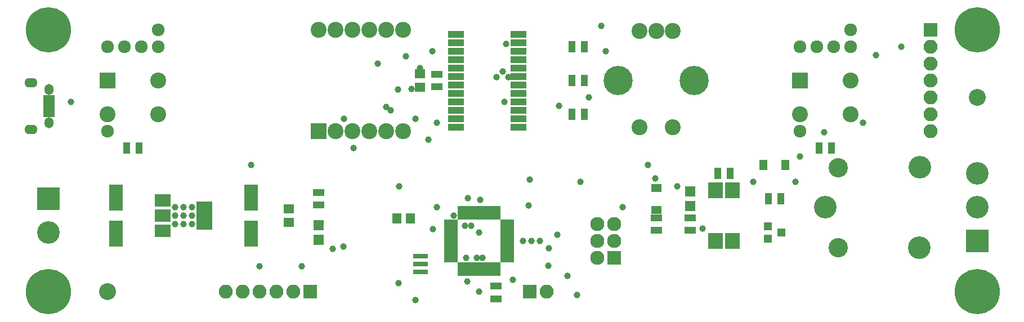
<source format=gbr>
G04 #@! TF.FileFunction,Soldermask,Top*
%FSLAX46Y46*%
G04 Gerber Fmt 4.6, Leading zero omitted, Abs format (unit mm)*
G04 Created by KiCad (PCBNEW 4.0.6) date Friday 09 June 2017 00:17:03*
%MOMM*%
%LPD*%
G01*
G04 APERTURE LIST*
%ADD10C,0.100000*%
%ADD11C,2.900000*%
%ADD12C,3.400000*%
%ADD13R,2.432000X2.432000*%
%ADD14C,2.400000*%
%ADD15R,1.400000X1.650000*%
%ADD16R,1.650000X1.400000*%
%ADD17R,2.127200X2.127200*%
%ADD18O,2.127200X2.127200*%
%ADD19R,3.400000X3.400000*%
%ADD20R,1.300000X1.200000*%
%ADD21R,1.700000X1.100000*%
%ADD22R,1.100000X1.700000*%
%ADD23C,1.924000*%
%ADD24R,2.400000X2.400000*%
%ADD25R,2.400000X1.000000*%
%ADD26R,1.600000X1.600000*%
%ADD27R,2.000000X0.950000*%
%ADD28R,0.950000X2.000000*%
%ADD29R,2.180000X2.400000*%
%ADD30R,2.400000X4.200000*%
%ADD31R,2.400000X1.900000*%
%ADD32R,2.100000X2.100000*%
%ADD33O,2.100000X2.100000*%
%ADD34R,2.000000X3.900000*%
%ADD35R,1.600000X1.300000*%
%ADD36R,1.300000X1.600000*%
%ADD37R,1.750000X0.800000*%
%ADD38O,1.350000X1.650000*%
%ADD39O,1.950000X1.400000*%
%ADD40C,4.400000*%
%ADD41C,6.800000*%
%ADD42C,2.540000*%
%ADD43R,2.300000X0.800000*%
%ADD44C,1.000000*%
G04 APERTURE END LIST*
D10*
D11*
X193720000Y-114000000D03*
D12*
X205920000Y-114000000D03*
X205970000Y-101950000D03*
D11*
X193720000Y-102000000D03*
D12*
X191770000Y-107950000D03*
D13*
X115570000Y-96520000D03*
D14*
X118110000Y-96520000D03*
X120650000Y-96520000D03*
X123190000Y-96520000D03*
X125730000Y-96520000D03*
X128270000Y-96520000D03*
X123190000Y-81280000D03*
X125730000Y-81280000D03*
X115570000Y-81280000D03*
X118110000Y-81280000D03*
X128270000Y-81280000D03*
X120650000Y-81280000D03*
D15*
X127381000Y-109601000D03*
X129381000Y-109601000D03*
D16*
X130810000Y-87900000D03*
X130810000Y-89900000D03*
D17*
X160020000Y-115570000D03*
D18*
X157480000Y-115570000D03*
X160020000Y-113030000D03*
X157480000Y-113030000D03*
X160020000Y-110490000D03*
X157480000Y-110490000D03*
D19*
X214630000Y-113030000D03*
D12*
X214630000Y-107950000D03*
X214630000Y-102870000D03*
D19*
X74930000Y-106680000D03*
D12*
X74930000Y-111760000D03*
D20*
X183150000Y-110810000D03*
X183150000Y-112710000D03*
X185150000Y-111760000D03*
D21*
X166370000Y-111440000D03*
X166370000Y-109540000D03*
X133350000Y-89850000D03*
X133350000Y-87950000D03*
D22*
X155575000Y-83820000D03*
X153675000Y-83820000D03*
X155570000Y-88900000D03*
X153670000Y-88900000D03*
X88580000Y-99060000D03*
X86680000Y-99060000D03*
D21*
X171450000Y-111440000D03*
X171450000Y-109540000D03*
D22*
X175580000Y-102870000D03*
X177480000Y-102870000D03*
X183200000Y-106680000D03*
X185100000Y-106680000D03*
D23*
X83820000Y-96520000D03*
X83820000Y-83820000D03*
X86360000Y-83820000D03*
X88900000Y-83820000D03*
X91440000Y-83820000D03*
D14*
X91440000Y-88900000D03*
X91440000Y-93980000D03*
X83820000Y-93980000D03*
D24*
X83820000Y-88900000D03*
D23*
X91440000Y-81280000D03*
D25*
X145670000Y-95885000D03*
X145670000Y-94615000D03*
X145670000Y-93345000D03*
X145670000Y-92075000D03*
X145670000Y-90805000D03*
X145670000Y-89535000D03*
X145670000Y-88265000D03*
X145670000Y-86995000D03*
X145670000Y-85725000D03*
X145670000Y-84455000D03*
X145670000Y-83185000D03*
X145670000Y-81915000D03*
X136270000Y-81915000D03*
X136270000Y-83185000D03*
X136270000Y-84455000D03*
X136270000Y-85725000D03*
X136270000Y-86995000D03*
X136270000Y-88265000D03*
X136270000Y-89535000D03*
X136270000Y-90805000D03*
X136270000Y-92075000D03*
X136270000Y-93345000D03*
X136270000Y-94615000D03*
X136270000Y-95885000D03*
D26*
X171450000Y-105580000D03*
X171450000Y-107780000D03*
D27*
X135450000Y-110230000D03*
X135450000Y-111030000D03*
X135450000Y-111830000D03*
X135450000Y-112630000D03*
X135450000Y-113430000D03*
X135450000Y-114230000D03*
X135450000Y-115030000D03*
X135450000Y-115830000D03*
D28*
X136900000Y-117280000D03*
X137700000Y-117280000D03*
X138500000Y-117280000D03*
X139300000Y-117280000D03*
X140100000Y-117280000D03*
X140900000Y-117280000D03*
X141700000Y-117280000D03*
X142500000Y-117280000D03*
D27*
X143950000Y-115830000D03*
X143950000Y-115030000D03*
X143950000Y-114230000D03*
X143950000Y-113430000D03*
X143950000Y-112630000D03*
X143950000Y-111830000D03*
X143950000Y-111030000D03*
X143950000Y-110230000D03*
D28*
X142500000Y-108780000D03*
X141700000Y-108780000D03*
X140900000Y-108780000D03*
X140100000Y-108780000D03*
X139300000Y-108780000D03*
X138500000Y-108780000D03*
X137700000Y-108780000D03*
X136900000Y-108780000D03*
D26*
X115570000Y-112860000D03*
X115570000Y-110660000D03*
D21*
X115570000Y-107630000D03*
X115570000Y-105730000D03*
D29*
X177800000Y-105410000D03*
X175260000Y-113030000D03*
X175260000Y-105410000D03*
X177800000Y-113030000D03*
D30*
X98400000Y-109220000D03*
D31*
X92100000Y-109220000D03*
X92100000Y-111520000D03*
X92100000Y-106920000D03*
D32*
X147320000Y-120650000D03*
D33*
X149860000Y-120650000D03*
D21*
X142240000Y-121724500D03*
X142240000Y-119824500D03*
D22*
X190820000Y-99060000D03*
X192720000Y-99060000D03*
D23*
X187960000Y-96520000D03*
X187960000Y-83820000D03*
X190500000Y-83820000D03*
X193040000Y-83820000D03*
X195580000Y-83820000D03*
D14*
X195580000Y-88900000D03*
X195580000Y-93980000D03*
X187960000Y-93980000D03*
D24*
X187960000Y-88900000D03*
D23*
X195580000Y-81280000D03*
D32*
X114300000Y-120650000D03*
D33*
X111760000Y-120650000D03*
X109220000Y-120650000D03*
X106680000Y-120650000D03*
X104140000Y-120650000D03*
X101600000Y-120650000D03*
D34*
X85090000Y-111920000D03*
X85090000Y-106520000D03*
X105410000Y-111920000D03*
X105410000Y-106520000D03*
D35*
X166370000Y-105030000D03*
X166370000Y-108330000D03*
D36*
X185800000Y-101600000D03*
X182500000Y-101600000D03*
D37*
X75010000Y-91410000D03*
X75010000Y-92060000D03*
X75010000Y-92710000D03*
X75010000Y-93360000D03*
X75010000Y-94010000D03*
D38*
X75010000Y-90210000D03*
X75010000Y-95210000D03*
D39*
X72310000Y-89210000D03*
X72310000Y-96210000D03*
D22*
X153675000Y-93980000D03*
X155575000Y-93980000D03*
D40*
X172070000Y-88900000D03*
D14*
X163870000Y-95900000D03*
X163870000Y-81400000D03*
X166370000Y-81400000D03*
X168870000Y-81400000D03*
X168870000Y-95900000D03*
D40*
X160670000Y-88900000D03*
D32*
X207645000Y-81280000D03*
D33*
X207645000Y-83820000D03*
X207645000Y-86360000D03*
X207645000Y-88900000D03*
X207645000Y-91440000D03*
X207645000Y-93980000D03*
X207645000Y-96520000D03*
D41*
X74930000Y-81280000D03*
X74930000Y-120650000D03*
X214630000Y-120650000D03*
X214630000Y-81280000D03*
D42*
X83820000Y-120650000D03*
X214630000Y-91440000D03*
D16*
X111125000Y-110220000D03*
X111125000Y-108220000D03*
D43*
X130937000Y-116459000D03*
X130937000Y-117659000D03*
X130937000Y-115259000D03*
D44*
X125720512Y-92874603D03*
X126428500Y-93345000D03*
X127508000Y-90233500D03*
X144132601Y-88366215D03*
X143764000Y-83375500D03*
X128730345Y-85255010D03*
X143256000Y-87503000D03*
X142303500Y-88392000D03*
X132715000Y-84455000D03*
X158750000Y-84455000D03*
X158115000Y-80645000D03*
X151765000Y-92710000D03*
X137795000Y-115570000D03*
X132749307Y-111229307D03*
X139700000Y-111760000D03*
X139700000Y-120650000D03*
X203200000Y-83820000D03*
X105410000Y-101600000D03*
X187960000Y-100330000D03*
X187325000Y-104140000D03*
X169545000Y-104775000D03*
X180975000Y-104140000D03*
X119380000Y-94615000D03*
X130175000Y-94615000D03*
X133350000Y-95250000D03*
X132080000Y-97790000D03*
X143510000Y-92075000D03*
X124460000Y-86360000D03*
X130810000Y-86995000D03*
X113030000Y-116840000D03*
X106680000Y-116840000D03*
X106680000Y-116840000D03*
X165100000Y-101600000D03*
X161290000Y-107950000D03*
X133350000Y-107950000D03*
X151464721Y-112093339D03*
X138049000Y-106616500D03*
X150162280Y-116730008D03*
X152983114Y-118237000D03*
X144780000Y-118872000D03*
X150241000Y-114109500D03*
X120865002Y-99060000D03*
X147320000Y-103759000D03*
X147132776Y-107698827D03*
X140258012Y-115570000D03*
X146304000Y-113030000D03*
X156210000Y-91440000D03*
X199390000Y-85090000D03*
X139407999Y-115570000D03*
X147574000Y-113030000D03*
X78359000Y-92075000D03*
X129540000Y-90170000D03*
X96520000Y-110490000D03*
X95250000Y-110490000D03*
X93980000Y-110490000D03*
X93980000Y-107950000D03*
X95250000Y-107950000D03*
X96520000Y-107950000D03*
X93980000Y-109220000D03*
X95250000Y-109220000D03*
X96520000Y-109220000D03*
X166243000Y-103632000D03*
X127635000Y-119379996D03*
X130175000Y-121919998D03*
X135890000Y-109220000D03*
X173355000Y-111125000D03*
X191643000Y-96647000D03*
X197427307Y-95192307D03*
X154432000Y-121158000D03*
X154940000Y-104140000D03*
X137604500Y-110744000D03*
X138493500Y-110744000D03*
X127717314Y-104780927D03*
X119316500Y-113855500D03*
X139890500Y-106870500D03*
X117729000Y-114173000D03*
X137922000Y-119126000D03*
X148844000Y-113030000D03*
M02*

</source>
